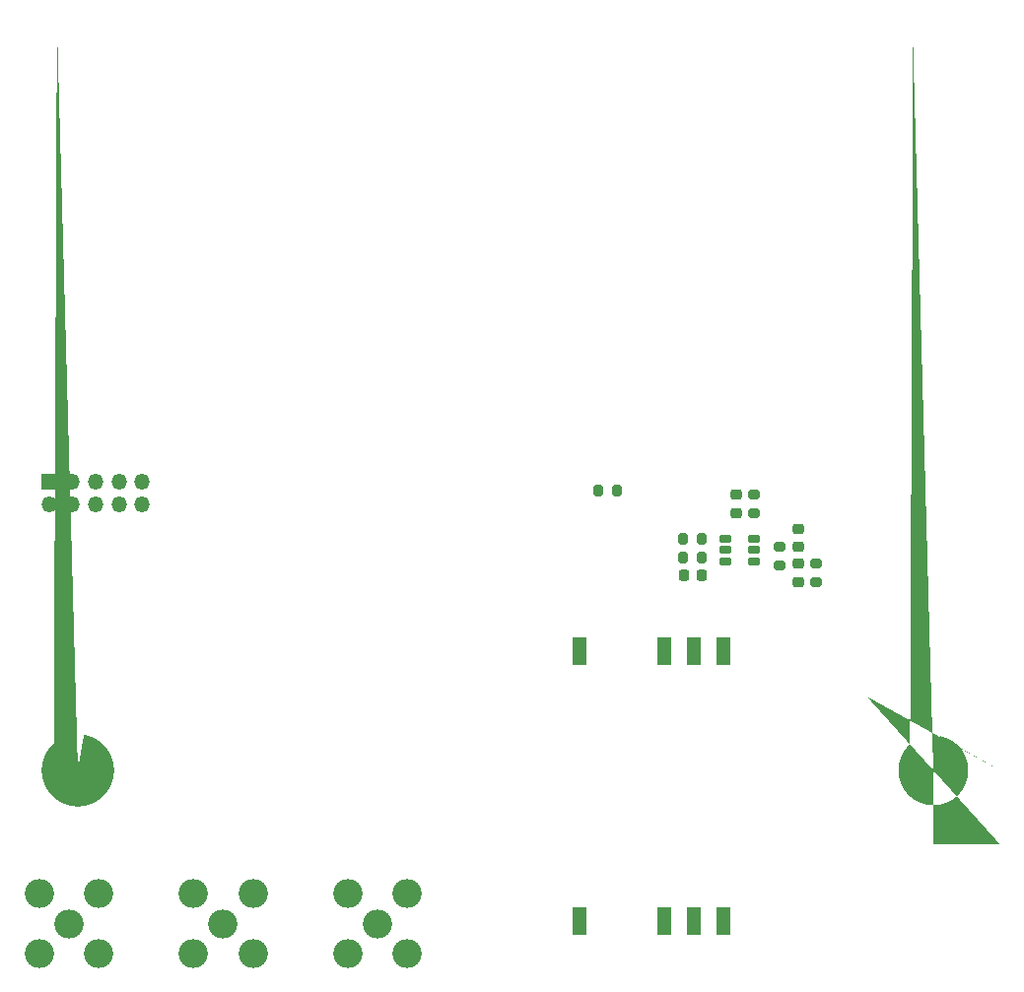
<source format=gbs>
G04 #@! TF.GenerationSoftware,KiCad,Pcbnew,9.0.0*
G04 #@! TF.CreationDate,2025-09-02T12:19:59+03:00*
G04 #@! TF.ProjectId,GSM_SMA_V1.0,47534d5f-534d-4415-9f56-312e302e6b69,rev?*
G04 #@! TF.SameCoordinates,Original*
G04 #@! TF.FileFunction,Soldermask,Bot*
G04 #@! TF.FilePolarity,Negative*
%FSLAX46Y46*%
G04 Gerber Fmt 4.6, Leading zero omitted, Abs format (unit mm)*
G04 Created by KiCad (PCBNEW 9.0.0) date 2025-09-02 12:19:59*
%MOMM*%
%LPD*%
G01*
G04 APERTURE LIST*
G04 Aperture macros list*
%AMRoundRect*
0 Rectangle with rounded corners*
0 $1 Rounding radius*
0 $2 $3 $4 $5 $6 $7 $8 $9 X,Y pos of 4 corners*
0 Add a 4 corners polygon primitive as box body*
4,1,4,$2,$3,$4,$5,$6,$7,$8,$9,$2,$3,0*
0 Add four circle primitives for the rounded corners*
1,1,$1+$1,$2,$3*
1,1,$1+$1,$4,$5*
1,1,$1+$1,$6,$7*
1,1,$1+$1,$8,$9*
0 Add four rect primitives between the rounded corners*
20,1,$1+$1,$2,$3,$4,$5,0*
20,1,$1+$1,$4,$5,$6,$7,0*
20,1,$1+$1,$6,$7,$8,$9,0*
20,1,$1+$1,$8,$9,$2,$3,0*%
%AMFreePoly0*
4,1,57,0.519269,3.056200,0.858190,2.978844,1.186319,2.864027,1.499529,2.713193,1.793881,2.528239,2.065674,2.311491,2.311491,2.065674,2.528239,1.793881,2.713193,1.499529,2.864027,1.186319,2.978844,0.858190,3.056200,0.519269,3.095123,0.173818,3.095123,-0.173818,3.056200,-0.519269,2.978844,-0.858190,2.864027,-1.186319,2.713193,-1.499529,2.528239,-1.793881,2.311491,-2.065674,
2.065674,-2.311491,1.793881,-2.528239,1.499529,-2.713193,1.186319,-2.864027,0.858190,-2.978844,0.519269,-3.056200,0.173818,-3.095123,-0.173818,-3.095123,-0.519269,-3.056200,-0.858190,-2.978844,-1.186319,-2.864027,-1.499529,-2.713193,-1.793881,-2.528239,-2.065674,-2.311491,-2.311491,-2.065674,-2.528239,-1.793881,-2.713193,-1.499529,-2.864027,-1.186319,-2.978844,-0.858190,-3.056200,-0.519269,
-3.095123,-0.173818,-3.095123,0.173818,-3.056200,0.519269,-2.978844,0.858190,-2.864027,1.186319,-2.713193,1.499529,-2.528239,1.793881,-2.311491,2.065674,-2.065674,2.311491,-1.793881,2.528239,-1.499529,2.713193,-1.186319,2.864027,-0.858190,2.978844,-0.519269,3.056200,-0.173818,3.095123,0.173818,3.095123,0.519269,3.056200,0.519269,3.056200,$1*%
%AMFreePoly1*
4,1,57,0.502519,2.957613,0.830507,2.882752,1.148050,2.771639,1.451157,2.625670,1.736014,2.446683,1.999040,2.236926,2.236926,1.999040,2.446683,1.736014,2.625670,1.451157,2.771639,1.148050,2.882752,0.830507,2.957613,0.502519,2.995280,0.168211,2.995280,-0.168211,2.957613,-0.502519,2.882752,-0.830507,2.771639,-1.148050,2.625670,-1.451157,2.446683,-1.736014,2.236926,-1.999040,
1.999040,-2.236926,1.736014,-2.446683,1.451157,-2.625670,1.148050,-2.771639,0.830507,-2.882752,0.502519,-2.957613,0.168211,-2.995280,-0.168211,-2.995280,-0.502519,-2.957613,-0.830507,-2.882752,-1.148050,-2.771639,-1.451157,-2.625670,-1.736014,-2.446683,-1.999040,-2.236926,-2.236926,-1.999040,-2.446683,-1.736014,-2.625670,-1.451157,-2.771639,-1.148050,-2.882752,-0.830507,-2.957613,-0.502519,
-2.995280,-0.168211,-2.995280,0.168211,-2.957613,0.502519,-2.882752,0.830507,-2.771639,1.148050,-2.625670,1.451157,-2.446683,1.736014,-2.236926,1.999040,-1.999040,2.236926,-1.736014,2.446683,-1.451157,2.625670,-1.148050,2.771639,-0.830507,2.882752,-0.502519,2.957613,-0.168211,2.995280,0.168211,2.995280,0.502519,2.957613,0.502519,2.957613,$1*%
G04 Aperture macros list end*
%ADD10FreePoly0,270.000000*%
%ADD11O,2.500000X2.500000*%
%ADD12FreePoly1,270.000000*%
%ADD13RoundRect,0.225000X-0.250000X0.225000X-0.250000X-0.225000X0.250000X-0.225000X0.250000X0.225000X0*%
%ADD14RoundRect,0.200000X-0.275000X0.200000X-0.275000X-0.200000X0.275000X-0.200000X0.275000X0.200000X0*%
%ADD15RoundRect,0.225000X0.225000X0.250000X-0.225000X0.250000X-0.225000X-0.250000X0.225000X-0.250000X0*%
%ADD16RoundRect,0.130435X-0.419565X0.169565X-0.419565X-0.169565X0.419565X-0.169565X0.419565X0.169565X0*%
%ADD17RoundRect,0.200000X-0.200000X-0.275000X0.200000X-0.275000X0.200000X0.275000X-0.200000X0.275000X0*%
%ADD18RoundRect,0.200000X0.200000X0.275000X-0.200000X0.275000X-0.200000X-0.275000X0.200000X-0.275000X0*%
%ADD19RoundRect,0.225000X0.250000X-0.225000X0.250000X0.225000X-0.250000X0.225000X-0.250000X-0.225000X0*%
%ADD20R,1.350000X1.350000*%
%ADD21O,1.350000X1.350000*%
%ADD22R,1.300000X2.400000*%
%ADD23RoundRect,0.200000X0.275000X-0.200000X0.275000X0.200000X-0.275000X0.200000X-0.275000X-0.200000X0*%
G04 APERTURE END LIST*
D10*
X80130000Y-103490000D03*
D11*
X105860000Y-116690000D03*
X103285000Y-114115000D03*
X108435000Y-114115000D03*
X108435000Y-119265000D03*
X103285000Y-119265000D03*
D12*
X153630000Y-103490000D03*
D11*
X92610000Y-116690000D03*
X90035000Y-114115000D03*
X95185000Y-114115000D03*
X95185000Y-119265000D03*
X90035000Y-119265000D03*
X79360000Y-116690000D03*
X76785000Y-114115000D03*
X81935000Y-114115000D03*
X81935000Y-119265000D03*
X76785000Y-119265000D03*
D13*
X141990000Y-85745000D03*
X141990000Y-87295000D03*
D14*
X138245000Y-79760000D03*
X138245000Y-81410000D03*
D15*
X133755000Y-86710000D03*
X132205000Y-86710000D03*
D16*
X135750000Y-85515000D03*
X135750000Y-84565000D03*
X135750000Y-83615000D03*
X138250000Y-83615000D03*
X138250000Y-84565000D03*
X138250000Y-85515000D03*
D17*
X124795000Y-79420000D03*
X126445000Y-79420000D03*
D18*
X133725000Y-83630000D03*
X132075000Y-83630000D03*
D19*
X136695000Y-81370000D03*
X136695000Y-79820000D03*
D20*
X77650000Y-78670000D03*
D21*
X77650000Y-80670000D03*
X79650000Y-78670000D03*
X79650000Y-80670000D03*
X81650000Y-78670000D03*
X81650000Y-80670000D03*
X83650000Y-78670000D03*
X83650000Y-80670000D03*
X85650000Y-78670000D03*
X85650000Y-80670000D03*
D17*
X132105000Y-85180000D03*
X133755000Y-85180000D03*
D14*
X140370000Y-84240000D03*
X140370000Y-85890000D03*
D22*
X135620000Y-116490000D03*
X133080000Y-116490000D03*
X130540000Y-116490000D03*
X130540000Y-93290000D03*
X133080000Y-93290000D03*
X135620000Y-93290000D03*
X123220000Y-116490000D03*
X123220000Y-93290000D03*
D19*
X141990000Y-84270000D03*
X141990000Y-82720000D03*
D23*
X143510000Y-87345000D03*
X143510000Y-85695000D03*
M02*

</source>
